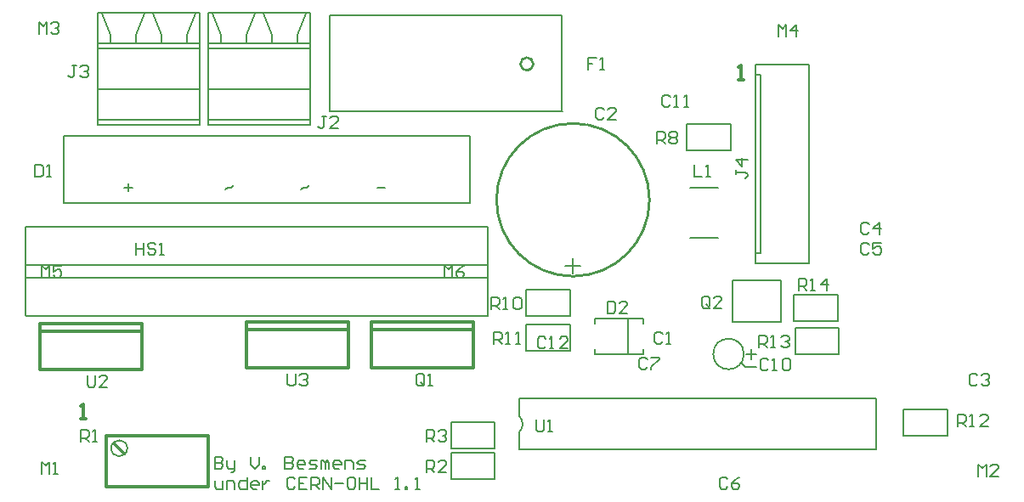
<source format=gbr>
%FSLAX44Y44*%
%MOMM*%
G71*
G01*
G75*
G04 Layer_Color=65535*
%ADD10R,1.1000X1.4000*%
%ADD11R,1.3000X1.4000*%
%ADD12R,1.4000X5.2000*%
%ADD13R,1.7000X2.0000*%
%ADD14R,1.4000X1.0000*%
%ADD15C,0.5000*%
%ADD16C,0.2000*%
%ADD17C,2.0000*%
%ADD18C,0.6500*%
%ADD19C,0.6500*%
%ADD20C,0.3000*%
%ADD21C,3.7000*%
%ADD22C,1.5000*%
%ADD23R,1.5000X1.5000*%
%ADD24P,1.8401X8X22.5*%
%ADD25C,1.7000*%
%ADD26C,3.0000*%
%ADD27C,4.0000*%
%ADD28C,2.5400*%
%ADD29C,1.5748*%
%ADD30P,1.7046X8X112.5*%
%ADD31O,1.5240X2.5400*%
%ADD32C,1.3508*%
%ADD33R,1.3508X1.3508*%
%ADD34C,1.0000*%
%ADD35C,1.6000*%
%ADD36C,0.8000*%
%ADD37C,1.2700*%
%ADD38R,1.6000X1.6000*%
%ADD39C,0.4000*%
%ADD40C,0.7000*%
%ADD41C,0.2540*%
%ADD42C,0.1524*%
%ADD43C,0.1500*%
%ADD44C,0.2032*%
%ADD45C,0.3048*%
D16*
X109632Y52070D02*
G03*
X109632Y52070I-8032J0D01*
G01*
X723900Y146050D02*
G03*
X723900Y146050I-15240J0D01*
G01*
X542798Y388112D02*
Y483616D01*
Y388112D02*
X543052Y387858D01*
X311912D02*
X543052D01*
X311658Y387604D02*
X311912Y387858D01*
X311658Y387604D02*
Y483362D01*
X311912Y483616D01*
X542798D01*
X711000Y348950D02*
Y374950D01*
X667000Y348950D02*
X711000D01*
X667000D02*
Y374950D01*
X711000D01*
X670530Y262020D02*
X698530D01*
X670530Y312020D02*
X698530D01*
X46482Y363728D02*
X451104D01*
Y296926D02*
Y363728D01*
Y296926D02*
X451358Y296672D01*
X46482D02*
X451358D01*
X46482D02*
Y363728D01*
X546100Y233680D02*
X561340D01*
X553720Y226060D02*
Y241300D01*
X506930Y183850D02*
Y209850D01*
X550930D01*
Y183850D02*
Y209850D01*
X506930Y183850D02*
X550930D01*
X550980Y149560D02*
Y175560D01*
X506980Y149560D02*
X550980D01*
X506980D02*
Y175560D01*
X550980D01*
X500380Y101600D02*
X779780D01*
X500380Y50800D02*
X779780D01*
X855980D01*
X779780Y101600D02*
X855980D01*
Y50800D02*
Y101600D01*
X500380Y83820D02*
Y101600D01*
Y50800D02*
Y68580D01*
X432000Y21290D02*
Y47290D01*
X476000D01*
Y21290D02*
Y47290D01*
X432000Y21290D02*
X476000D01*
X432000Y51770D02*
Y77770D01*
X476000D01*
Y51770D02*
Y77770D01*
X432000Y51770D02*
X476000D01*
X740410Y246380D02*
Y322580D01*
X788670Y236220D02*
Y312420D01*
X735330Y236220D02*
Y312420D01*
X740410Y322580D02*
Y424180D01*
X788670Y312420D02*
Y363220D01*
X735330Y312420D02*
Y363220D01*
X788670D02*
Y388620D01*
X735330Y363220D02*
Y388620D01*
Y424180D02*
X740410D01*
X735330Y434340D02*
X788670D01*
Y411480D02*
Y434340D01*
Y388620D02*
Y411480D01*
X735330Y236220D02*
X788670D01*
X735330Y388620D02*
Y411480D01*
Y434340D01*
Y246380D02*
X740410D01*
X882850Y64470D02*
Y90470D01*
X926850D01*
Y64470D02*
Y90470D01*
X882850Y64470D02*
X926850D01*
X774900Y145750D02*
Y171750D01*
X818900D01*
Y145750D02*
Y171750D01*
X774900Y145750D02*
X818900D01*
X817680Y178770D02*
Y204770D01*
X773680Y178770D02*
X817680D01*
X773680D02*
Y204770D01*
X817680D01*
X731520Y140970D02*
Y151130D01*
X726440Y146050D02*
X736600D01*
X725170Y133350D02*
X736600D01*
X721360Y137160D02*
X725170Y133350D01*
X575310Y181610D02*
X623570D01*
Y176530D02*
Y181610D01*
X575310Y176530D02*
Y181610D01*
Y146050D02*
Y151130D01*
Y146050D02*
X623570D01*
Y151130D01*
X608330Y146050D02*
Y181610D01*
X713030Y178230D02*
X761030D01*
Y219230D01*
X713030Y178230D02*
Y219230D01*
X761030D01*
X118110Y257106D02*
Y245110D01*
Y251108D01*
X126107D01*
Y257106D01*
Y245110D01*
X138104Y255107D02*
X136104Y257106D01*
X132106D01*
X130106Y255107D01*
Y253107D01*
X132106Y251108D01*
X136104D01*
X138104Y249109D01*
Y247109D01*
X136104Y245110D01*
X132106D01*
X130106Y247109D01*
X142102Y245110D02*
X146101D01*
X144102D01*
Y257106D01*
X142102Y255107D01*
X642997Y166207D02*
X640998Y168206D01*
X636999D01*
X635000Y166207D01*
Y158209D01*
X636999Y156210D01*
X640998D01*
X642997Y158209D01*
X646996Y156210D02*
X650995D01*
X648996D01*
Y168206D01*
X646996Y166207D01*
X584577Y389727D02*
X582578Y391726D01*
X578579D01*
X576580Y389727D01*
Y381729D01*
X578579Y379730D01*
X582578D01*
X584577Y381729D01*
X596573Y379730D02*
X588576D01*
X596573Y387727D01*
Y389727D01*
X594574Y391726D01*
X590575D01*
X588576Y389727D01*
X956687Y124297D02*
X954688Y126296D01*
X950689D01*
X948690Y124297D01*
Y116299D01*
X950689Y114300D01*
X954688D01*
X956687Y116299D01*
X960686Y124297D02*
X962685Y126296D01*
X966684D01*
X968683Y124297D01*
Y122297D01*
X966684Y120298D01*
X964685D01*
X966684D01*
X968683Y118299D01*
Y116299D01*
X966684Y114300D01*
X962685D01*
X960686Y116299D01*
X848737Y275427D02*
X846738Y277426D01*
X842739D01*
X840740Y275427D01*
Y267429D01*
X842739Y265430D01*
X846738D01*
X848737Y267429D01*
X858734Y265430D02*
Y277426D01*
X852736Y271428D01*
X860733D01*
X848737Y255107D02*
X846738Y257106D01*
X842739D01*
X840740Y255107D01*
Y247109D01*
X842739Y245110D01*
X846738D01*
X848737Y247109D01*
X860733Y257106D02*
X852736D01*
Y251108D01*
X856735Y253107D01*
X858734D01*
X860733Y251108D01*
Y247109D01*
X858734Y245110D01*
X854735D01*
X852736Y247109D01*
X707767Y21427D02*
X705768Y23426D01*
X701769D01*
X699770Y21427D01*
Y13429D01*
X701769Y11430D01*
X705768D01*
X707767Y13429D01*
X719763Y23426D02*
X715765Y21427D01*
X711766Y17428D01*
Y13429D01*
X713765Y11430D01*
X717764D01*
X719763Y13429D01*
Y15429D01*
X717764Y17428D01*
X711766D01*
X627757Y140807D02*
X625758Y142806D01*
X621759D01*
X619760Y140807D01*
Y132809D01*
X621759Y130810D01*
X625758D01*
X627757Y132809D01*
X631756Y142806D02*
X639753D01*
Y140807D01*
X631756Y132809D01*
Y130810D01*
X748407Y139537D02*
X746408Y141536D01*
X742409D01*
X740410Y139537D01*
Y131539D01*
X742409Y129540D01*
X746408D01*
X748407Y131539D01*
X752406Y129540D02*
X756405D01*
X754406D01*
Y141536D01*
X752406Y139537D01*
X762403D02*
X764402Y141536D01*
X768401D01*
X770400Y139537D01*
Y131539D01*
X768401Y129540D01*
X764402D01*
X762403Y131539D01*
Y139537D01*
X650617Y402427D02*
X648618Y404426D01*
X644619D01*
X642620Y402427D01*
Y394429D01*
X644619Y392430D01*
X648618D01*
X650617Y394429D01*
X654616Y392430D02*
X658615D01*
X656616D01*
Y404426D01*
X654616Y402427D01*
X664613Y392430D02*
X668612D01*
X666612D01*
Y404426D01*
X664613Y402427D01*
X526411Y161381D02*
X524412Y163380D01*
X520413D01*
X518414Y161381D01*
Y153383D01*
X520413Y151384D01*
X524412D01*
X526411Y153383D01*
X530410Y151384D02*
X534409D01*
X532410D01*
Y163380D01*
X530410Y161381D01*
X548404Y151384D02*
X540407D01*
X548404Y159381D01*
Y161381D01*
X546405Y163380D01*
X542406D01*
X540407Y161381D01*
X17780Y334576D02*
Y322580D01*
X23778D01*
X25777Y324579D01*
Y332577D01*
X23778Y334576D01*
X17780D01*
X29776Y322580D02*
X33775D01*
X31776D01*
Y334576D01*
X29776Y332577D01*
X588010Y198686D02*
Y186690D01*
X594008D01*
X596007Y188689D01*
Y196687D01*
X594008Y198686D01*
X588010D01*
X608004Y186690D02*
X600006D01*
X608004Y194687D01*
Y196687D01*
X606004Y198686D01*
X602006D01*
X600006Y196687D01*
X576957Y441256D02*
X568960D01*
Y435258D01*
X572959D01*
X568960D01*
Y429260D01*
X580956D02*
X584955D01*
X582956D01*
Y441256D01*
X580956Y439257D01*
X307717Y382836D02*
X303719D01*
X305718D01*
Y372839D01*
X303719Y370840D01*
X301719D01*
X299720Y372839D01*
X319713Y370840D02*
X311716D01*
X319713Y378837D01*
Y380837D01*
X317714Y382836D01*
X313715D01*
X311716Y380837D01*
X58797Y433636D02*
X54799D01*
X56798D01*
Y423639D01*
X54799Y421640D01*
X52799D01*
X50800Y423639D01*
X62796Y431637D02*
X64795Y433636D01*
X68794D01*
X70793Y431637D01*
Y429637D01*
X68794Y427638D01*
X66795D01*
X68794D01*
X70793Y425639D01*
Y423639D01*
X68794Y421640D01*
X64795D01*
X62796Y423639D01*
X715714Y329307D02*
Y325309D01*
Y327308D01*
X725711D01*
X727710Y325309D01*
Y323309D01*
X725711Y321310D01*
X727710Y339304D02*
X715714D01*
X721712Y333306D01*
Y341303D01*
X674370Y334576D02*
Y322580D01*
X682367D01*
X686366D02*
X690365D01*
X688365D01*
Y334576D01*
X686366Y332577D01*
X24130Y26670D02*
Y38666D01*
X28129Y34667D01*
X32127Y38666D01*
Y26670D01*
X36126D02*
X40125D01*
X38126D01*
Y38666D01*
X36126Y36667D01*
X957580Y24130D02*
Y36126D01*
X961579Y32127D01*
X965577Y36126D01*
Y24130D01*
X977573D02*
X969576D01*
X977573Y32127D01*
Y34127D01*
X975574Y36126D01*
X971575D01*
X969576Y34127D01*
X21590Y464820D02*
Y476816D01*
X25589Y472817D01*
X29587Y476816D01*
Y464820D01*
X33586Y474817D02*
X35585Y476816D01*
X39584D01*
X41583Y474817D01*
Y472817D01*
X39584Y470818D01*
X37585D01*
X39584D01*
X41583Y468819D01*
Y466819D01*
X39584Y464820D01*
X35585D01*
X33586Y466819D01*
X758190Y462280D02*
Y474276D01*
X762189Y470277D01*
X766187Y474276D01*
Y462280D01*
X776184D02*
Y474276D01*
X770186Y468278D01*
X778184D01*
X24130Y222250D02*
Y234246D01*
X28129Y230247D01*
X32127Y234246D01*
Y222250D01*
X44124Y234246D02*
X36126D01*
Y228248D01*
X40125Y230247D01*
X42124D01*
X44124Y228248D01*
Y224249D01*
X42124Y222250D01*
X38126D01*
X36126Y224249D01*
X425450Y222250D02*
Y234246D01*
X429449Y230247D01*
X433447Y234246D01*
Y222250D01*
X445443Y234246D02*
X441445Y232247D01*
X437446Y228248D01*
Y224249D01*
X439445Y222250D01*
X443444D01*
X445443Y224249D01*
Y226249D01*
X443444Y228248D01*
X437446D01*
X405507Y116299D02*
Y124297D01*
X403508Y126296D01*
X399509D01*
X397510Y124297D01*
Y116299D01*
X399509Y114300D01*
X403508D01*
X401509Y118299D02*
X405507Y114300D01*
X403508D02*
X405507Y116299D01*
X409506Y114300D02*
X413505D01*
X411506D01*
Y126296D01*
X409506Y124297D01*
X689987Y193769D02*
Y201767D01*
X687988Y203766D01*
X683989D01*
X681990Y201767D01*
Y193769D01*
X683989Y191770D01*
X687988D01*
X685989Y195769D02*
X689987Y191770D01*
X687988D02*
X689987Y193769D01*
X701983Y191770D02*
X693986D01*
X701983Y199767D01*
Y201767D01*
X699984Y203766D01*
X695985D01*
X693986Y201767D01*
X63500Y58420D02*
Y70416D01*
X69498D01*
X71497Y68417D01*
Y64418D01*
X69498Y62419D01*
X63500D01*
X67499D02*
X71497Y58420D01*
X75496D02*
X79495D01*
X77495D01*
Y70416D01*
X75496Y68417D01*
X407670Y27940D02*
Y39936D01*
X413668D01*
X415667Y37937D01*
Y33938D01*
X413668Y31939D01*
X407670D01*
X411669D02*
X415667Y27940D01*
X427663D02*
X419666D01*
X427663Y35937D01*
Y37937D01*
X425664Y39936D01*
X421665D01*
X419666Y37937D01*
X407670Y58420D02*
Y70416D01*
X413668D01*
X415667Y68417D01*
Y64418D01*
X413668Y62419D01*
X407670D01*
X411669D02*
X415667Y58420D01*
X419666Y68417D02*
X421665Y70416D01*
X425664D01*
X427663Y68417D01*
Y66417D01*
X425664Y64418D01*
X423665D01*
X425664D01*
X427663Y62419D01*
Y60419D01*
X425664Y58420D01*
X421665D01*
X419666Y60419D01*
X637540Y355600D02*
Y367596D01*
X643538D01*
X645537Y365597D01*
Y361598D01*
X643538Y359599D01*
X637540D01*
X641539D02*
X645537Y355600D01*
X649536Y365597D02*
X651535Y367596D01*
X655534D01*
X657533Y365597D01*
Y363597D01*
X655534Y361598D01*
X657533Y359599D01*
Y357599D01*
X655534Y355600D01*
X651535D01*
X649536Y357599D01*
Y359599D01*
X651535Y361598D01*
X649536Y363597D01*
Y365597D01*
X651535Y361598D02*
X655534D01*
X472440Y190500D02*
Y202496D01*
X478438D01*
X480437Y200497D01*
Y196498D01*
X478438Y194499D01*
X472440D01*
X476439D02*
X480437Y190500D01*
X484436D02*
X488435D01*
X486436D01*
Y202496D01*
X484436Y200497D01*
X494433D02*
X496432Y202496D01*
X500431D01*
X502430Y200497D01*
Y192499D01*
X500431Y190500D01*
X496432D01*
X494433Y192499D01*
Y200497D01*
X474980Y156210D02*
Y168206D01*
X480978D01*
X482977Y166207D01*
Y162208D01*
X480978Y160209D01*
X474980D01*
X478979D02*
X482977Y156210D01*
X486976D02*
X490975D01*
X488975D01*
Y168206D01*
X486976Y166207D01*
X496973Y156210D02*
X500972D01*
X498972D01*
Y168206D01*
X496973Y166207D01*
X937260Y73660D02*
Y85656D01*
X943258D01*
X945257Y83657D01*
Y79658D01*
X943258Y77659D01*
X937260D01*
X941259D02*
X945257Y73660D01*
X949256D02*
X953255D01*
X951255D01*
Y85656D01*
X949256Y83657D01*
X967250Y73660D02*
X959253D01*
X967250Y81657D01*
Y83657D01*
X965251Y85656D01*
X961252D01*
X959253Y83657D01*
X739140Y152400D02*
Y164396D01*
X745138D01*
X747137Y162397D01*
Y158398D01*
X745138Y156399D01*
X739140D01*
X743139D02*
X747137Y152400D01*
X751136D02*
X755135D01*
X753136D01*
Y164396D01*
X751136Y162397D01*
X761133D02*
X763132Y164396D01*
X767131D01*
X769130Y162397D01*
Y160397D01*
X767131Y158398D01*
X765132D01*
X767131D01*
X769130Y156399D01*
Y154399D01*
X767131Y152400D01*
X763132D01*
X761133Y154399D01*
X778510Y209550D02*
Y221546D01*
X784508D01*
X786507Y219547D01*
Y215548D01*
X784508Y213549D01*
X778510D01*
X782509D02*
X786507Y209550D01*
X790506D02*
X794505D01*
X792505D01*
Y221546D01*
X790506Y219547D01*
X806501Y209550D02*
Y221546D01*
X800503Y215548D01*
X808500D01*
X516890Y80576D02*
Y70579D01*
X518889Y68580D01*
X522888D01*
X524887Y70579D01*
Y80576D01*
X528886Y68580D02*
X532885D01*
X530886D01*
Y80576D01*
X528886Y78577D01*
X69850Y125026D02*
Y115029D01*
X71849Y113030D01*
X75848D01*
X77847Y115029D01*
Y125026D01*
X89844Y113030D02*
X81846D01*
X89844Y121027D01*
Y123027D01*
X87844Y125026D01*
X83846D01*
X81846Y123027D01*
X269240Y126296D02*
Y116299D01*
X271239Y114300D01*
X275238D01*
X277237Y116299D01*
Y126296D01*
X281236Y124297D02*
X283235Y126296D01*
X287234D01*
X289233Y124297D01*
Y122297D01*
X287234Y120298D01*
X285235D01*
X287234D01*
X289233Y118299D01*
Y116299D01*
X287234Y114300D01*
X283235D01*
X281236Y116299D01*
X358648Y312068D02*
X366645D01*
X282702Y309971D02*
X284701Y311970D01*
X288700D01*
X290699Y313969D01*
X207518Y309971D02*
X209517Y311970D01*
X213516D01*
X215515Y313969D01*
X106680Y312068D02*
X114677D01*
X110679Y316067D02*
Y308069D01*
X196850Y43746D02*
Y31750D01*
X202848D01*
X204847Y33749D01*
Y35749D01*
X202848Y37748D01*
X196850D01*
X202848D01*
X204847Y39747D01*
Y41747D01*
X202848Y43746D01*
X196850D01*
X208846Y39747D02*
Y33749D01*
X210846Y31750D01*
X216843D01*
Y29751D01*
X214844Y27751D01*
X212845D01*
X216843Y31750D02*
Y39747D01*
X232838Y43746D02*
Y35749D01*
X236837Y31750D01*
X240836Y35749D01*
Y43746D01*
X244834Y31750D02*
Y33749D01*
X246834D01*
Y31750D01*
X244834D01*
X266827Y43746D02*
Y31750D01*
X272825D01*
X274825Y33749D01*
Y35749D01*
X272825Y37748D01*
X266827D01*
X272825D01*
X274825Y39747D01*
Y41747D01*
X272825Y43746D01*
X266827D01*
X284821Y31750D02*
X280823D01*
X278824Y33749D01*
Y37748D01*
X280823Y39747D01*
X284821D01*
X286821Y37748D01*
Y35749D01*
X278824D01*
X290820Y31750D02*
X296818D01*
X298817Y33749D01*
X296818Y35749D01*
X292819D01*
X290820Y37748D01*
X292819Y39747D01*
X298817D01*
X302816Y31750D02*
Y39747D01*
X304815D01*
X306814Y37748D01*
Y31750D01*
Y37748D01*
X308814Y39747D01*
X310813Y37748D01*
Y31750D01*
X320810D02*
X316811D01*
X314812Y33749D01*
Y37748D01*
X316811Y39747D01*
X320810D01*
X322809Y37748D01*
Y35749D01*
X314812D01*
X326808Y31750D02*
Y39747D01*
X332806D01*
X334805Y37748D01*
Y31750D01*
X338804D02*
X344802D01*
X346801Y33749D01*
X344802Y35749D01*
X340803D01*
X338804Y37748D01*
X340803Y39747D01*
X346801D01*
X196850Y19427D02*
Y13429D01*
X198849Y11430D01*
X204847D01*
Y19427D01*
X208846Y11430D02*
Y19427D01*
X214844D01*
X216843Y17428D01*
Y11430D01*
X228840Y23426D02*
Y11430D01*
X222842D01*
X220842Y13429D01*
Y17428D01*
X222842Y19427D01*
X228840D01*
X238836Y11430D02*
X234838D01*
X232838Y13429D01*
Y17428D01*
X234838Y19427D01*
X238836D01*
X240836Y17428D01*
Y15429D01*
X232838D01*
X244834Y19427D02*
Y11430D01*
Y15429D01*
X246834Y17428D01*
X248833Y19427D01*
X250833D01*
X276824Y21427D02*
X274825Y23426D01*
X270826D01*
X268827Y21427D01*
Y13429D01*
X270826Y11430D01*
X274825D01*
X276824Y13429D01*
X288820Y23426D02*
X280823D01*
Y11430D01*
X288820D01*
X280823Y17428D02*
X284821D01*
X292819Y11430D02*
Y23426D01*
X298817D01*
X300816Y21427D01*
Y17428D01*
X298817Y15429D01*
X292819D01*
X296818D02*
X300816Y11430D01*
X304815D02*
Y23426D01*
X312812Y11430D01*
Y23426D01*
X316811Y17428D02*
X324809D01*
X334805Y23426D02*
X330807D01*
X328807Y21427D01*
Y13429D01*
X330807Y11430D01*
X334805D01*
X336805Y13429D01*
Y21427D01*
X334805Y23426D01*
X340803D02*
Y11430D01*
Y17428D01*
X348801D01*
Y23426D01*
Y11430D01*
X352799Y23426D02*
Y11430D01*
X360797D01*
X376792D02*
X380790D01*
X378791D01*
Y23426D01*
X376792Y21427D01*
X386788Y11430D02*
Y13429D01*
X388788D01*
Y11430D01*
X386788D01*
X396785D02*
X400784D01*
X398785D01*
Y23426D01*
X396785Y21427D01*
D20*
X718820Y419100D02*
X723818D01*
X721319D01*
Y434095D01*
X718820Y431596D01*
X63500Y81280D02*
X68498D01*
X65999D01*
Y96275D01*
X63500Y93776D01*
D41*
X514142Y435102D02*
G03*
X514142Y435102I-6396J0D01*
G01*
X629920Y299720D02*
G03*
X629920Y299720I-76200J0D01*
G01*
D42*
X500380Y68580D02*
G03*
X500380Y83820I-7620J7620D01*
G01*
D43*
X8636Y273050D02*
X468630D01*
X8890Y184150D02*
X468630D01*
X8382Y184404D02*
Y272796D01*
Y222250D02*
X468630D01*
X7874Y234950D02*
X468630D01*
Y184150D02*
Y273050D01*
D44*
X80010Y374650D02*
Y486410D01*
X181610D01*
Y374650D02*
Y486410D01*
X80010Y374650D02*
X181610D01*
X80010Y379730D02*
X181610D01*
X80010Y410210D02*
X181610D01*
X80010Y450850D02*
X181610D01*
X92710Y455930D02*
Y464397D01*
X84244Y485563D02*
X92710Y464397D01*
X118110Y455930D02*
Y464397D01*
X126577Y485563D01*
X143510Y455930D02*
Y464397D01*
X135043Y485563D02*
X143510Y464397D01*
X168910Y455930D02*
Y464397D01*
X177377Y485563D01*
X80010Y455930D02*
X181610D01*
X190500Y374650D02*
Y486410D01*
X292100D01*
Y374650D02*
Y486410D01*
X190500Y374650D02*
X292100D01*
X190500Y379730D02*
X292100D01*
X190500Y410210D02*
X292100D01*
X190500Y450850D02*
X292100D01*
X203200Y455930D02*
Y464397D01*
X194734Y485563D02*
X203200Y464397D01*
X228600Y455930D02*
Y464397D01*
X237067Y485563D01*
X254000Y455930D02*
Y464397D01*
X245533Y485563D02*
X254000Y464397D01*
X279400Y455930D02*
Y464397D01*
X287867Y485563D01*
X190500Y455930D02*
X292100D01*
D45*
X190500Y13970D02*
Y64770D01*
X88900Y13970D02*
Y39370D01*
Y13970D02*
X190500D01*
X88900Y64770D02*
X190500D01*
X88900Y39370D02*
Y64770D01*
X96520Y57150D02*
X106680Y46990D01*
X22860Y130810D02*
X124460D01*
Y176530D01*
X22860D02*
X124460D01*
X22860Y130810D02*
Y176530D01*
Y168910D02*
X124460D01*
X228600Y132080D02*
X330200D01*
Y177800D01*
X228600D02*
X330200D01*
X228600Y132080D02*
Y177800D01*
Y170180D02*
X330200D01*
X353060Y132080D02*
X454660D01*
Y177800D01*
X353060D02*
X454660D01*
X353060Y132080D02*
Y177800D01*
Y170180D02*
X454660D01*
M02*

</source>
